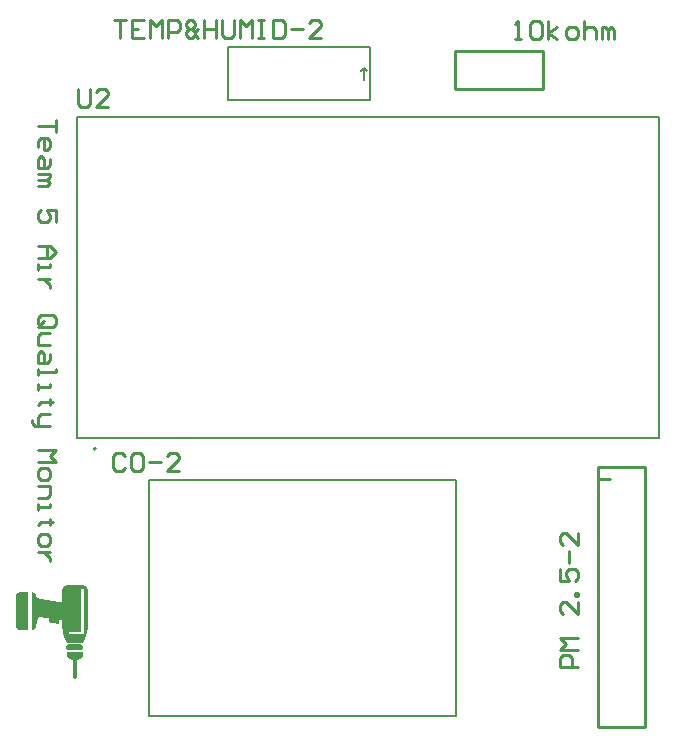
<source format=gbr>
%TF.GenerationSoftware,Altium Limited,Altium Designer,24.6.1 (21)*%
G04 Layer_Color=65535*
%FSLAX45Y45*%
%MOMM*%
%TF.SameCoordinates,C87A4CA8-C81E-49FD-A381-63D600C1493B*%
%TF.FilePolarity,Positive*%
%TF.FileFunction,Legend,Top*%
%TF.Part,Single*%
G01*
G75*
%TA.AperFunction,NonConductor*%
%ADD11C,0.25400*%
%ADD16C,0.20000*%
%ADD17C,0.12700*%
G36*
X595415Y1034107D02*
X616693D01*
Y1032334D01*
X618466D01*
Y1030561D01*
X620239D01*
Y1027014D01*
X622012D01*
Y995098D01*
X620239D01*
Y991552D01*
X618466D01*
Y989779D01*
X616693D01*
Y988005D01*
X614920D01*
Y986232D01*
X613146D01*
Y984459D01*
X611373D01*
Y982686D01*
X607827D01*
Y980913D01*
X606054D01*
Y979140D01*
X602508D01*
Y977367D01*
X600734D01*
Y975593D01*
X597188D01*
Y973821D01*
X593642D01*
Y972047D01*
X590096D01*
Y970274D01*
X586549D01*
Y968501D01*
X581230D01*
Y966728D01*
X574137D01*
Y812465D01*
X572364D01*
Y810693D01*
X570591D01*
Y808919D01*
X567045D01*
Y807146D01*
X543994D01*
Y808919D01*
X540448D01*
Y810693D01*
X538675D01*
Y814239D01*
X536902D01*
Y966728D01*
X531582D01*
Y968501D01*
X524490D01*
Y970274D01*
X520944D01*
Y972047D01*
X517397D01*
Y973821D01*
X513851D01*
Y975593D01*
X510305D01*
Y977367D01*
X508532D01*
Y979140D01*
X504985D01*
Y980913D01*
X503212D01*
Y982686D01*
X499666D01*
Y984459D01*
X497893D01*
Y986232D01*
X496120D01*
Y988005D01*
X494347D01*
Y989779D01*
X492573D01*
Y991552D01*
X490800D01*
Y995098D01*
X489027D01*
Y1027014D01*
X490800D01*
Y1030561D01*
X492573D01*
Y1032334D01*
X494347D01*
Y1034107D01*
X593642D01*
X595415D01*
D02*
G37*
G36*
X496120Y1046519D02*
Y1048292D01*
X492573D01*
Y1050065D01*
X490800D01*
Y1051838D01*
X487254D01*
Y1055384D01*
X485481D01*
Y1057157D01*
X483708D01*
Y1060704D01*
X481935D01*
Y1083755D01*
X483708D01*
Y1089074D01*
X485481D01*
Y1090847D01*
X487254D01*
Y1092620D01*
X489027D01*
Y1094393D01*
X490800D01*
Y1096166D01*
X492573D01*
Y1097939D01*
X497893D01*
Y1099713D01*
X604281D01*
Y1097939D01*
X609600D01*
Y1096166D01*
X613146D01*
Y1094393D01*
X614920D01*
Y1092620D01*
X616693D01*
Y1090847D01*
X618466D01*
Y1087301D01*
X620239D01*
Y1083755D01*
X622012D01*
Y1062477D01*
X620239D01*
Y1057157D01*
X618466D01*
Y1055384D01*
X616693D01*
Y1053611D01*
X614920D01*
Y1051838D01*
X613146D01*
Y1050065D01*
X611373D01*
Y1048292D01*
X606054D01*
Y1046519D01*
X497893D01*
X496120D01*
D02*
G37*
G36*
X59930Y1523491D02*
X61703D01*
Y1527037D01*
X63476D01*
Y1528810D01*
X65249D01*
Y1530583D01*
X67022D01*
Y1532356D01*
X68795D01*
Y1534130D01*
X72342D01*
Y1535903D01*
X77661D01*
Y1537676D01*
X157452D01*
Y1218512D01*
X77661D01*
Y1220285D01*
X72342D01*
Y1222059D01*
X68795D01*
Y1223832D01*
X67022D01*
Y1225605D01*
X65249D01*
Y1227378D01*
X63476D01*
Y1229151D01*
X61703D01*
Y1232697D01*
X59930D01*
Y1234470D01*
X58157D01*
Y1239790D01*
X56383D01*
Y1516398D01*
X58157D01*
Y1521718D01*
X59930D01*
Y1523491D01*
D02*
G37*
G36*
X659248Y1222059D02*
Y1207874D01*
X657475D01*
Y1199008D01*
X655702D01*
Y1190142D01*
X653928D01*
Y1184823D01*
X652155D01*
Y1177730D01*
X650382D01*
Y1172411D01*
X648609D01*
Y1167092D01*
X646836D01*
Y1161772D01*
X645063D01*
Y1158226D01*
X643290D01*
Y1152907D01*
X641516D01*
Y1149360D01*
X639743D01*
Y1144041D01*
X637970D01*
Y1140495D01*
X636197D01*
Y1136948D01*
X634424D01*
Y1133402D01*
X632651D01*
Y1129856D01*
X630878D01*
Y1126310D01*
X629104D01*
Y1122763D01*
X627331D01*
Y1119217D01*
X625558D01*
Y1117444D01*
X623785D01*
Y1113898D01*
X622012D01*
Y1112125D01*
X620239D01*
Y1110351D01*
X616693D01*
Y1108578D01*
X492573D01*
Y1110351D01*
X489027D01*
Y1112125D01*
X487254D01*
Y1113898D01*
X485481D01*
Y1117444D01*
X483708D01*
Y1120990D01*
X481935D01*
Y1124536D01*
X480162D01*
Y1128083D01*
X478388D01*
Y1131629D01*
X476615D01*
Y1135175D01*
X474842D01*
Y1138721D01*
X473069D01*
Y1142268D01*
X471296D01*
Y1145814D01*
X469523D01*
Y1149360D01*
X467750D01*
Y1154680D01*
X465976D01*
Y1158226D01*
X464203D01*
Y1163545D01*
X462430D01*
Y1168865D01*
X460657D01*
Y1174184D01*
X458884D01*
Y1179503D01*
X457111D01*
Y1186596D01*
X455338D01*
Y1193688D01*
X453565D01*
Y1200781D01*
X451791D01*
Y1211420D01*
X450018D01*
Y1227378D01*
X448245D01*
Y1300076D01*
X435833D01*
Y1301849D01*
X423421D01*
Y1277026D01*
X421648D01*
Y1273479D01*
X418102D01*
Y1271706D01*
X403917D01*
Y1273479D01*
X395051D01*
Y1275252D01*
X384412D01*
Y1277026D01*
X373774D01*
Y1278799D01*
X361362D01*
Y1280572D01*
X352496D01*
Y1282345D01*
X343631D01*
Y1284118D01*
X336538D01*
Y1285891D01*
X334765D01*
Y1287664D01*
X332992D01*
Y1292984D01*
X331219D01*
Y1317808D01*
X329445D01*
Y1319581D01*
X318807D01*
Y1321354D01*
X308168D01*
Y1323127D01*
X297529D01*
Y1324900D01*
X286890D01*
Y1326673D01*
X276252D01*
Y1328446D01*
X265613D01*
Y1330220D01*
X253201D01*
Y1328446D01*
X249655D01*
Y1326673D01*
X247881D01*
Y1324900D01*
X244335D01*
Y1321354D01*
X242562D01*
Y1319581D01*
X240789D01*
Y1314261D01*
X239016D01*
Y1307169D01*
X237243D01*
Y1298303D01*
X235470D01*
Y1291211D01*
X233696D01*
Y1282345D01*
X231923D01*
Y1275252D01*
X230150D01*
Y1266387D01*
X228377D01*
Y1259294D01*
X226604D01*
Y1252202D01*
X224831D01*
Y1245109D01*
X223058D01*
Y1239790D01*
X221285D01*
Y1234470D01*
X219511D01*
Y1230924D01*
X217738D01*
Y1229151D01*
X215965D01*
Y1227378D01*
X214192D01*
Y1225605D01*
X212419D01*
Y1223832D01*
X210646D01*
Y1222059D01*
X207099D01*
Y1220285D01*
X201780D01*
Y1218512D01*
X189368D01*
Y1537676D01*
X201780D01*
Y1535903D01*
X207099D01*
Y1534130D01*
X210646D01*
Y1532356D01*
X212419D01*
Y1530583D01*
X214192D01*
Y1528810D01*
X215965D01*
Y1527037D01*
X217738D01*
Y1525264D01*
X219511D01*
Y1521718D01*
X221285D01*
Y1518171D01*
X223058D01*
Y1514625D01*
X224831D01*
Y1509306D01*
X226604D01*
Y1505759D01*
X228377D01*
Y1502213D01*
X230150D01*
Y1498667D01*
X231923D01*
Y1496894D01*
X233696D01*
Y1493348D01*
X237243D01*
Y1491574D01*
X239016D01*
Y1489801D01*
X240789D01*
Y1488028D01*
X246108D01*
Y1486255D01*
X249655D01*
Y1484482D01*
X258520D01*
Y1482709D01*
X269159D01*
Y1480936D01*
X278025D01*
Y1479162D01*
X288663D01*
Y1477389D01*
X299302D01*
Y1475616D01*
X309941D01*
Y1473843D01*
X320580D01*
Y1472070D01*
X331219D01*
Y1470297D01*
X341857D01*
Y1468524D01*
X352496D01*
Y1466751D01*
X363135D01*
Y1464978D01*
X370227D01*
X372001D01*
X373774D01*
Y1463204D01*
X386186D01*
Y1461431D01*
X396824D01*
Y1459658D01*
X407463D01*
Y1457885D01*
X418102D01*
Y1456112D01*
X435833D01*
Y1457885D01*
X439380D01*
Y1459658D01*
X441153D01*
Y1461431D01*
X442926D01*
Y1463204D01*
X444699D01*
Y1466751D01*
X446472D01*
Y1470297D01*
X448245D01*
Y1562500D01*
X450018D01*
Y1573138D01*
X451791D01*
Y1576685D01*
X453565D01*
Y1580231D01*
X455338D01*
Y1582004D01*
X457111D01*
Y1585550D01*
X458884D01*
Y1587323D01*
X462430D01*
Y1589097D01*
X464203D01*
Y1590870D01*
X465976D01*
Y1592643D01*
X469523D01*
Y1594416D01*
X474842D01*
Y1596189D01*
X632651D01*
Y1594416D01*
X637970D01*
Y1592643D01*
X641516D01*
Y1590870D01*
X645063D01*
Y1589097D01*
X646836D01*
Y1587323D01*
X648609D01*
Y1585550D01*
X650382D01*
Y1583777D01*
X652155D01*
Y1582004D01*
X653928D01*
Y1580231D01*
X655702D01*
Y1576685D01*
X657475D01*
Y1573138D01*
X659248D01*
Y1567819D01*
X661021D01*
Y1222059D01*
X659248D01*
D02*
G37*
%LPC*%
G36*
X629104Y1190142D02*
Y1564273D01*
X627331D01*
Y1566046D01*
X625558D01*
Y1567819D01*
X614920D01*
Y1566046D01*
X611373D01*
Y1562500D01*
X609600D01*
Y1206100D01*
X510305D01*
Y1204327D01*
X506758D01*
Y1202554D01*
X504985D01*
Y1200781D01*
X503212D01*
Y1191915D01*
X504985D01*
Y1188369D01*
X508532D01*
Y1186596D01*
X625558D01*
Y1188369D01*
X627331D01*
Y1190142D01*
X629104D01*
D02*
G37*
%LPD*%
D11*
X4981599Y2500301D02*
X5081599D01*
X4981599Y2600301D02*
X5381598D01*
Y400300D02*
Y2600301D01*
X4981599Y400300D02*
X5381598D01*
X4981599D02*
Y2600301D01*
X3772422Y5802774D02*
X4521722D01*
X3772422D02*
Y6120274D01*
X4521722D01*
Y5802774D02*
Y6120274D01*
X4813275Y901885D02*
X4660925D01*
Y978060D01*
X4686317Y1003452D01*
X4737100D01*
X4762492Y978060D01*
Y901885D01*
X4813275Y1054236D02*
X4660925D01*
X4711708Y1105019D01*
X4660925Y1155803D01*
X4813275D01*
Y1460504D02*
Y1358937D01*
X4711708Y1460504D01*
X4686317D01*
X4660925Y1435112D01*
Y1384329D01*
X4686317Y1358937D01*
X4813275Y1511288D02*
X4787883D01*
Y1536680D01*
X4813275D01*
Y1511288D01*
X4660925Y1739814D02*
Y1638247D01*
X4737100D01*
X4711708Y1689030D01*
Y1714422D01*
X4737100Y1739814D01*
X4787883D01*
X4813275Y1714422D01*
Y1663639D01*
X4787883Y1638247D01*
X4737100Y1790597D02*
Y1892165D01*
X4813275Y2044515D02*
Y1942948D01*
X4711708Y2044515D01*
X4686317D01*
X4660925Y2019123D01*
Y1968340D01*
X4686317Y1942948D01*
X4280036Y6223025D02*
X4330819D01*
X4305428D01*
Y6375375D01*
X4280036Y6349983D01*
X4406994D02*
X4432386Y6375375D01*
X4483170D01*
X4508562Y6349983D01*
Y6248417D01*
X4483170Y6223025D01*
X4432386D01*
X4406994Y6248417D01*
Y6349983D01*
X4559345Y6223025D02*
Y6375375D01*
Y6273808D02*
X4635521Y6324592D01*
X4559345Y6273808D02*
X4635521Y6223025D01*
X4737088D02*
X4787871D01*
X4813263Y6248417D01*
Y6299200D01*
X4787871Y6324592D01*
X4737088D01*
X4711696Y6299200D01*
Y6248417D01*
X4737088Y6223025D01*
X4864047Y6375375D02*
Y6223025D01*
Y6299200D01*
X4889439Y6324592D01*
X4940222D01*
X4965614Y6299200D01*
Y6223025D01*
X5016397D02*
Y6324592D01*
X5041789D01*
X5067181Y6299200D01*
Y6223025D01*
Y6299200D01*
X5092573Y6324592D01*
X5117965Y6299200D01*
Y6223025D01*
X889283Y6388075D02*
X990851D01*
X940067D01*
Y6235725D01*
X1143201Y6388075D02*
X1041634D01*
Y6235725D01*
X1143201D01*
X1041634Y6311900D02*
X1092418D01*
X1193985Y6235725D02*
Y6388075D01*
X1244768Y6337292D01*
X1295552Y6388075D01*
Y6235725D01*
X1346336D02*
Y6388075D01*
X1422511D01*
X1447903Y6362683D01*
Y6311900D01*
X1422511Y6286508D01*
X1346336D01*
X1600254Y6235725D02*
X1574862Y6261117D01*
X1549470Y6235725D01*
X1524078D01*
X1498686Y6261117D01*
Y6286508D01*
X1524078Y6311900D01*
X1498686Y6337292D01*
Y6362683D01*
X1524078Y6388075D01*
X1549470D01*
X1574862Y6362683D01*
Y6337292D01*
X1549470Y6311900D01*
X1574862Y6286508D01*
Y6261117D01*
X1600254Y6311900D02*
X1574862Y6286508D01*
X1524078Y6311900D02*
X1549470D01*
X1651037Y6388075D02*
Y6235725D01*
Y6311900D01*
X1752604D01*
Y6388075D01*
Y6235725D01*
X1803388Y6388075D02*
Y6261117D01*
X1828780Y6235725D01*
X1879563D01*
X1904955Y6261117D01*
Y6388075D01*
X1955739Y6235725D02*
Y6388075D01*
X2006522Y6337292D01*
X2057306Y6388075D01*
Y6235725D01*
X2108089Y6388075D02*
X2158873D01*
X2133481D01*
Y6235725D01*
X2108089D01*
X2158873D01*
X2235048Y6388075D02*
Y6235725D01*
X2311223D01*
X2336615Y6261117D01*
Y6362683D01*
X2311223Y6388075D01*
X2235048D01*
X2387399Y6311900D02*
X2488966D01*
X2641317Y6235725D02*
X2539750D01*
X2641317Y6337292D01*
Y6362683D01*
X2615925Y6388075D01*
X2565141D01*
X2539750Y6362683D01*
X977302Y2696607D02*
X951910Y2721999D01*
X901127D01*
X875735Y2696607D01*
Y2595040D01*
X901127Y2569648D01*
X951910D01*
X977302Y2595040D01*
X1104261Y2721999D02*
X1053477D01*
X1028086Y2696607D01*
Y2595040D01*
X1053477Y2569648D01*
X1104261D01*
X1129653Y2595040D01*
Y2696607D01*
X1104261Y2721999D01*
X1180436Y2645824D02*
X1282004D01*
X1434354Y2569648D02*
X1332787D01*
X1434354Y2671216D01*
Y2696607D01*
X1408962Y2721999D01*
X1358179D01*
X1332787Y2696607D01*
X581095Y5800479D02*
Y5673520D01*
X606487Y5648128D01*
X657270D01*
X682662Y5673520D01*
Y5800479D01*
X835013Y5648128D02*
X733446D01*
X835013Y5749696D01*
Y5775087D01*
X809621Y5800479D01*
X758837D01*
X733446Y5775087D01*
X393634Y5537200D02*
Y5435633D01*
Y5486417D01*
X241283D01*
Y5308674D02*
Y5359457D01*
X266675Y5384849D01*
X317459D01*
X342851Y5359457D01*
Y5308674D01*
X317459Y5283282D01*
X292067D01*
Y5384849D01*
X342851Y5207107D02*
Y5156323D01*
X317459Y5130931D01*
X241283D01*
Y5207107D01*
X266675Y5232499D01*
X292067Y5207107D01*
Y5130931D01*
X241283Y5080148D02*
X342851D01*
Y5054756D01*
X317459Y5029364D01*
X241283D01*
X317459D01*
X342851Y5003972D01*
X317459Y4978581D01*
X241283D01*
X393634Y4673879D02*
Y4775446D01*
X317459D01*
X342851Y4724663D01*
Y4699271D01*
X317459Y4673879D01*
X266675D01*
X241283Y4699271D01*
Y4750055D01*
X266675Y4775446D01*
X241283Y4470745D02*
X342851D01*
X393634Y4419961D01*
X342851Y4369178D01*
X241283D01*
X317459D01*
Y4470745D01*
X241283Y4318394D02*
Y4267611D01*
Y4293002D01*
X342851D01*
Y4318394D01*
Y4191435D02*
X241283D01*
X292067D01*
X317459Y4166043D01*
X342851Y4140652D01*
Y4115260D01*
X266675Y3785167D02*
X368242D01*
X393634Y3810559D01*
Y3861342D01*
X368242Y3886734D01*
X266675D01*
X241283Y3861342D01*
Y3810559D01*
X292067Y3835950D02*
X241283Y3785167D01*
Y3810559D02*
X266675Y3785167D01*
X342851Y3734383D02*
X266675D01*
X241283Y3708991D01*
Y3632816D01*
X342851D01*
Y3556641D02*
Y3505857D01*
X317459Y3480465D01*
X241283D01*
Y3556641D01*
X266675Y3582032D01*
X292067Y3556641D01*
Y3480465D01*
X241283Y3429682D02*
Y3378898D01*
Y3404290D01*
X393634D01*
Y3429682D01*
X241283Y3302723D02*
Y3251939D01*
Y3277331D01*
X342851D01*
Y3302723D01*
X368242Y3150372D02*
X342851D01*
Y3175764D01*
Y3124981D01*
Y3150372D01*
X266675D01*
X241283Y3124981D01*
X342851Y3048805D02*
X266675D01*
X241283Y3023413D01*
Y2947238D01*
X215892D01*
X190500Y2972630D01*
Y2998022D01*
X241283Y2947238D02*
X342851D01*
X241283Y2744104D02*
X393634D01*
X342851Y2693320D01*
X393634Y2642536D01*
X241283D01*
Y2566361D02*
Y2515578D01*
X266675Y2490186D01*
X317459D01*
X342851Y2515578D01*
Y2566361D01*
X317459Y2591753D01*
X266675D01*
X241283Y2566361D01*
Y2439402D02*
X342851D01*
Y2363227D01*
X317459Y2337835D01*
X241283D01*
Y2287052D02*
Y2236268D01*
Y2261660D01*
X342851D01*
Y2287052D01*
X368242Y2134701D02*
X342851D01*
Y2160093D01*
Y2109309D01*
Y2134701D01*
X266675D01*
X241283Y2109309D01*
Y2007742D02*
Y1956958D01*
X266675Y1931567D01*
X317459D01*
X342851Y1956958D01*
Y2007742D01*
X317459Y2033134D01*
X266675D01*
X241283Y2007742D01*
X342851Y1880783D02*
X241283D01*
X292067D01*
X317459Y1855391D01*
X342851Y1830000D01*
Y1804608D01*
D16*
X733335Y2752528D02*
G03*
X733335Y2752528I-10000J0D01*
G01*
D17*
X570935Y2841428D02*
Y5559228D01*
X5495533Y2841428D02*
Y3856829D01*
X570935Y2841428D02*
X5495533D01*
Y4669827D02*
Y5559228D01*
Y3856829D02*
Y4669827D01*
X570935Y5559228D02*
X5495533D01*
X3050534Y5702530D02*
Y6152527D01*
X1850536Y5702530D02*
X3050534D01*
X1850536D02*
Y6152527D01*
X3050534D01*
X3000536Y5877531D02*
Y5977531D01*
X3025535Y5952527D01*
X3000536Y5977531D02*
X3025535Y5952527D01*
X2975533D02*
X3000536Y5977531D01*
X1182435Y487229D02*
X3782435D01*
Y2487230D01*
X1182435D02*
X3782435D01*
X1182435Y487229D02*
Y2487230D01*
%TF.MD5,fe17d129b5aa1d03412dde2f33d3e373*%
M02*

</source>
